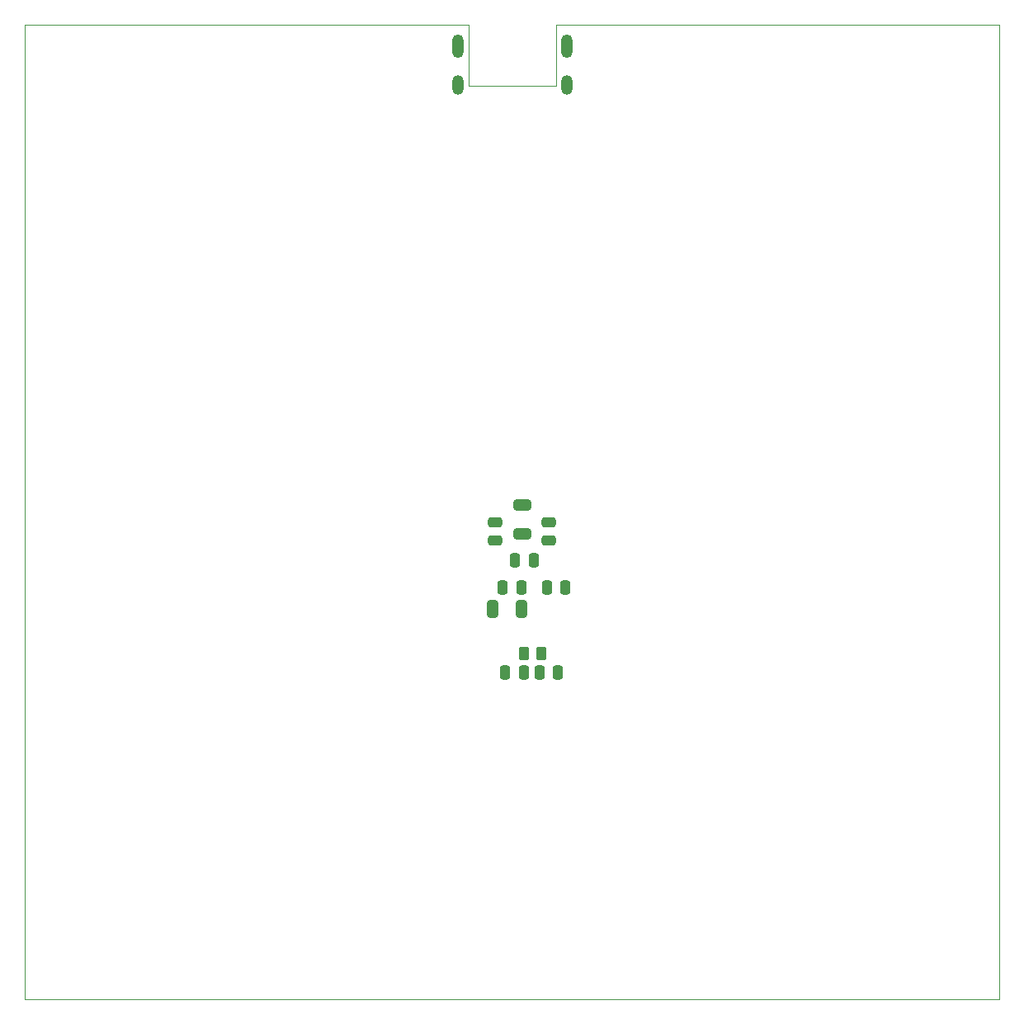
<source format=gbp>
G04 #@! TF.GenerationSoftware,KiCad,Pcbnew,(6.0.5)*
G04 #@! TF.CreationDate,2022-06-26T21:28:57+02:00*
G04 #@! TF.ProjectId,5x5x2-part2,35783578-322d-4706-9172-74322e6b6963,rev?*
G04 #@! TF.SameCoordinates,Original*
G04 #@! TF.FileFunction,Paste,Bot*
G04 #@! TF.FilePolarity,Positive*
%FSLAX46Y46*%
G04 Gerber Fmt 4.6, Leading zero omitted, Abs format (unit mm)*
G04 Created by KiCad (PCBNEW (6.0.5)) date 2022-06-26 21:28:57*
%MOMM*%
%LPD*%
G01*
G04 APERTURE LIST*
G04 Aperture macros list*
%AMRoundRect*
0 Rectangle with rounded corners*
0 $1 Rounding radius*
0 $2 $3 $4 $5 $6 $7 $8 $9 X,Y pos of 4 corners*
0 Add a 4 corners polygon primitive as box body*
4,1,4,$2,$3,$4,$5,$6,$7,$8,$9,$2,$3,0*
0 Add four circle primitives for the rounded corners*
1,1,$1+$1,$2,$3*
1,1,$1+$1,$4,$5*
1,1,$1+$1,$6,$7*
1,1,$1+$1,$8,$9*
0 Add four rect primitives between the rounded corners*
20,1,$1+$1,$2,$3,$4,$5,0*
20,1,$1+$1,$4,$5,$6,$7,0*
20,1,$1+$1,$6,$7,$8,$9,0*
20,1,$1+$1,$8,$9,$2,$3,0*%
G04 Aperture macros list end*
G04 #@! TA.AperFunction,Profile*
%ADD10C,0.100000*%
G04 #@! TD*
%ADD11O,1.200000X2.000000*%
%ADD12O,1.200000X2.400000*%
%ADD13RoundRect,0.250000X-0.262500X-0.450000X0.262500X-0.450000X0.262500X0.450000X-0.262500X0.450000X0*%
%ADD14RoundRect,0.250000X0.250000X0.475000X-0.250000X0.475000X-0.250000X-0.475000X0.250000X-0.475000X0*%
%ADD15RoundRect,0.250000X-0.250000X-0.475000X0.250000X-0.475000X0.250000X0.475000X-0.250000X0.475000X0*%
%ADD16RoundRect,0.250000X-0.475000X0.250000X-0.475000X-0.250000X0.475000X-0.250000X0.475000X0.250000X0*%
%ADD17RoundRect,0.250000X-0.650000X0.325000X-0.650000X-0.325000X0.650000X-0.325000X0.650000X0.325000X0*%
%ADD18RoundRect,0.250000X0.475000X-0.250000X0.475000X0.250000X-0.475000X0.250000X-0.475000X-0.250000X0*%
%ADD19RoundRect,0.250000X0.325000X0.650000X-0.325000X0.650000X-0.325000X-0.650000X0.325000X-0.650000X0*%
G04 APERTURE END LIST*
D10*
X240000000Y-38000000D02*
X240000000Y-138000000D01*
X240000000Y-138000000D02*
X140000000Y-138000000D01*
X140000000Y-138000000D02*
X140000000Y-38000000D01*
X194500000Y-38000000D02*
X194500000Y-44300000D01*
X185500000Y-38000000D02*
X140000000Y-38000000D01*
X194500000Y-38000000D02*
X240000000Y-38000000D01*
X194500000Y-44300000D02*
X185500000Y-44300000D01*
X185500000Y-44300000D02*
X185500000Y-38000000D01*
D11*
X195580000Y-44195000D03*
X184420000Y-44195000D03*
D12*
X195580000Y-40195000D03*
X184420000Y-40195000D03*
D13*
X191175000Y-102500000D03*
X193000000Y-102500000D03*
D14*
X195450000Y-95750000D03*
X193550000Y-95750000D03*
D15*
X190300000Y-93000000D03*
X192200000Y-93000000D03*
D14*
X190950000Y-95750000D03*
X189050000Y-95750000D03*
D16*
X193750000Y-89050000D03*
X193750000Y-90950000D03*
D14*
X191200000Y-104500000D03*
X189300000Y-104500000D03*
D17*
X191000000Y-87275000D03*
X191000000Y-90225000D03*
D15*
X192800000Y-104500000D03*
X194700000Y-104500000D03*
D18*
X188250000Y-90950000D03*
X188250000Y-89050000D03*
D19*
X190975000Y-98000000D03*
X188025000Y-98000000D03*
M02*

</source>
